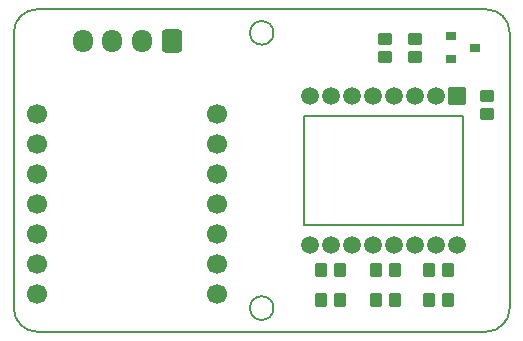
<source format=gts>
G04 #@! TF.GenerationSoftware,KiCad,Pcbnew,(6.0.2)*
G04 #@! TF.CreationDate,2022-03-23T02:52:59+09:00*
G04 #@! TF.ProjectId,ADNS-9800,41444e53-2d39-4383-9030-2e6b69636164,rev?*
G04 #@! TF.SameCoordinates,Original*
G04 #@! TF.FileFunction,Soldermask,Top*
G04 #@! TF.FilePolarity,Negative*
%FSLAX46Y46*%
G04 Gerber Fmt 4.6, Leading zero omitted, Abs format (unit mm)*
G04 Created by KiCad (PCBNEW (6.0.2)) date 2022-03-23 02:52:59*
%MOMM*%
%LPD*%
G01*
G04 APERTURE LIST*
G04 Aperture macros list*
%AMRoundRect*
0 Rectangle with rounded corners*
0 $1 Rounding radius*
0 $2 $3 $4 $5 $6 $7 $8 $9 X,Y pos of 4 corners*
0 Add a 4 corners polygon primitive as box body*
4,1,4,$2,$3,$4,$5,$6,$7,$8,$9,$2,$3,0*
0 Add four circle primitives for the rounded corners*
1,1,$1+$1,$2,$3*
1,1,$1+$1,$4,$5*
1,1,$1+$1,$6,$7*
1,1,$1+$1,$8,$9*
0 Add four rect primitives between the rounded corners*
20,1,$1+$1,$2,$3,$4,$5,0*
20,1,$1+$1,$4,$5,$6,$7,0*
20,1,$1+$1,$6,$7,$8,$9,0*
20,1,$1+$1,$8,$9,$2,$3,0*%
G04 Aperture macros list end*
G04 #@! TA.AperFunction,Profile*
%ADD10C,0.200000*%
G04 #@! TD*
G04 #@! TA.AperFunction,Profile*
%ADD11C,0.127000*%
G04 #@! TD*
%ADD12RoundRect,0.101600X0.482600X-0.381000X0.482600X0.381000X-0.482600X0.381000X-0.482600X-0.381000X0*%
%ADD13RoundRect,0.101600X-0.381000X-0.482600X0.381000X-0.482600X0.381000X0.482600X-0.381000X0.482600X0*%
%ADD14RoundRect,0.101600X-0.482600X0.381000X-0.482600X-0.381000X0.482600X-0.381000X0.482600X0.381000X0*%
%ADD15RoundRect,0.101600X0.381000X0.482600X-0.381000X0.482600X-0.381000X-0.482600X0.381000X-0.482600X0*%
%ADD16RoundRect,0.101600X-0.650000X-0.650000X0.650000X-0.650000X0.650000X0.650000X-0.650000X0.650000X0*%
%ADD17C,1.503200*%
%ADD18RoundRect,0.250000X0.600000X0.725000X-0.600000X0.725000X-0.600000X-0.725000X0.600000X-0.725000X0*%
%ADD19O,1.700000X1.950000*%
%ADD20R,0.900000X0.800000*%
%ADD21C,1.700000*%
G04 APERTURE END LIST*
D10*
X183499999Y-68500000D02*
G75*
G03*
X181499999Y-66500000I-1999999J1D01*
G01*
X143500000Y-66500000D02*
X181499999Y-66500000D01*
X181499999Y-93800000D02*
X143500000Y-93800000D01*
X163499998Y-91800000D02*
G75*
G03*
X163499998Y-91800000I-999999J0D01*
G01*
X143500000Y-66500000D02*
G75*
G03*
X141500000Y-68500000I-1J-1999999D01*
G01*
X141500000Y-91800000D02*
X141500000Y-68500000D01*
X183499999Y-68500000D02*
X183499999Y-91800000D01*
X181499999Y-93800000D02*
G75*
G03*
X183499999Y-91800000I1J1999999D01*
G01*
X163499999Y-68500000D02*
G75*
G03*
X163499999Y-68500000I-999999J0D01*
G01*
X141500000Y-91800000D02*
G75*
G03*
X143500000Y-93800000I1999999J-1D01*
G01*
D11*
G04 #@! TO.C,U$1*
X179577500Y-75525000D02*
X166117500Y-75525000D01*
X166077500Y-84725000D02*
X179577500Y-84725000D01*
X179577500Y-84725000D02*
X179577500Y-75525000D01*
X166117500Y-75525000D02*
X166077500Y-84725000D01*
G04 #@! TD*
D12*
G04 #@! TO.C,C3*
X181571500Y-75377800D03*
X181571500Y-73803000D03*
G04 #@! TD*
D13*
G04 #@! TO.C,C8*
X176694700Y-91075000D03*
X178269500Y-91075000D03*
G04 #@! TD*
D14*
G04 #@! TO.C,C1*
X175475500Y-68977000D03*
X175475500Y-70551800D03*
G04 #@! TD*
D15*
G04 #@! TO.C,C4*
X169125500Y-88535000D03*
X167550700Y-88535000D03*
G04 #@! TD*
D13*
G04 #@! TO.C,C7*
X172173500Y-88535000D03*
X173748300Y-88535000D03*
G04 #@! TD*
D16*
G04 #@! TO.C,U$1*
X179077500Y-73825000D03*
D17*
X177297500Y-73825000D03*
X175517500Y-73825000D03*
X173737500Y-73825000D03*
X171957500Y-73825000D03*
X170177500Y-73825000D03*
X168397500Y-73825000D03*
X166617500Y-73825000D03*
X166617500Y-86425000D03*
X168397500Y-86425000D03*
X170177500Y-86425000D03*
X171957500Y-86425000D03*
X173737500Y-86425000D03*
X175517500Y-86425000D03*
X177297500Y-86425000D03*
X179077500Y-86425000D03*
G04 #@! TD*
D14*
G04 #@! TO.C,C2*
X172935500Y-68977000D03*
X172935500Y-70551800D03*
G04 #@! TD*
D15*
G04 #@! TO.C,C5*
X169125500Y-91075000D03*
X167550700Y-91075000D03*
G04 #@! TD*
D13*
G04 #@! TO.C,C6*
X176694700Y-88535000D03*
X178269500Y-88535000D03*
G04 #@! TD*
G04 #@! TO.C,C9*
X172173500Y-91075000D03*
X173748300Y-91075000D03*
G04 #@! TD*
D18*
G04 #@! TO.C,J1*
X154865000Y-69194000D03*
D19*
X152365000Y-69194000D03*
X149865000Y-69194000D03*
X147365000Y-69194000D03*
G04 #@! TD*
D20*
G04 #@! TO.C,Q1*
X178539500Y-68789000D03*
X178539500Y-70689000D03*
X180539500Y-69739000D03*
G04 #@! TD*
D21*
G04 #@! TO.C,U1*
X158711500Y-90567000D03*
X158711500Y-88027000D03*
X158711500Y-85487000D03*
X158711500Y-82947000D03*
X158711500Y-80407000D03*
X158711500Y-77867000D03*
X158711500Y-75327000D03*
X143471500Y-75327000D03*
X143471500Y-77867000D03*
X143471500Y-80407000D03*
X143471500Y-82947000D03*
X143471500Y-85487000D03*
X143471500Y-88027000D03*
X143471500Y-90567000D03*
G04 #@! TD*
M02*

</source>
